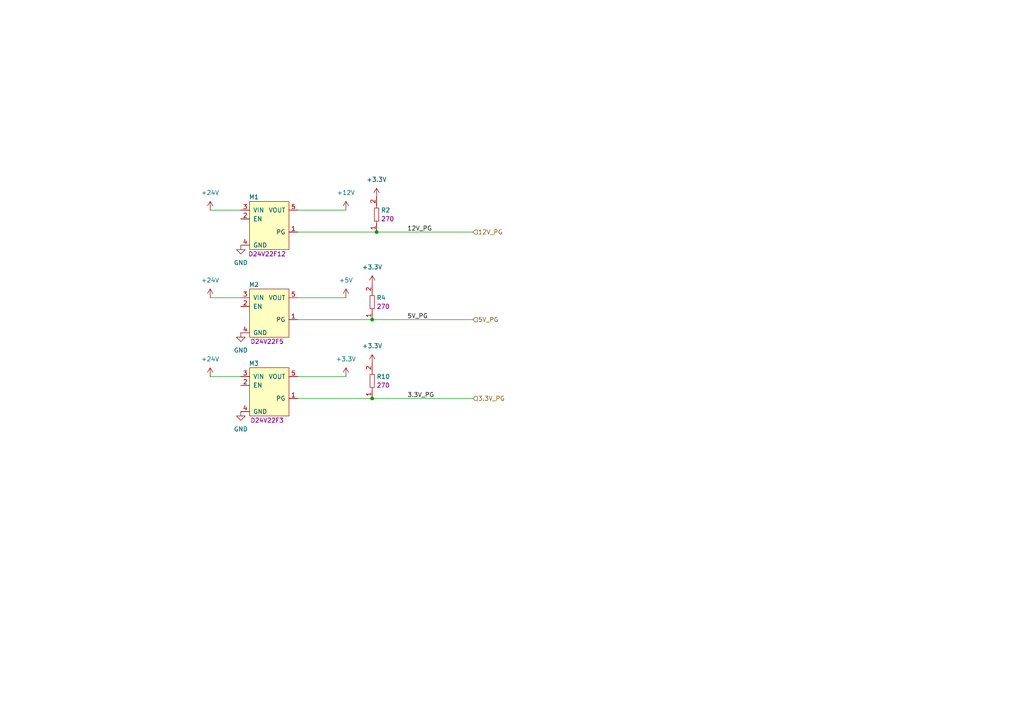
<source format=kicad_sch>
(kicad_sch (version 20230121) (generator eeschema)
  (paper "A4")
  (lib_symbols
    (symbol "AVR-KiCAD-Lib-Modules:D24V22F12" (pin_names (offset 1.016))
      (property "Reference" "M" (at 0 15.24 0))
      (property "_Value_" "D24V22F12" (at 5.08 -1.27 0))
      (symbol "D24V22F12_1_1"
        (rectangle (start 0 13.97) (end 11.43 0) (fill (type background)))
        (pin input line (at 13.97 5.08 180) (length 2.54) (name "PG") (number "1"))
        (pin input line (at -2.54 8.89 0) (length 2.54) (name "EN") (number "2"))
        (pin input line (at -2.54 11.43 0) (length 2.54) (name "VIN") (number "3"))
        (pin passive line (at -2.54 1.27 0) (length 2.54) (name "GND") (number "4"))
        (pin output line (at 13.97 11.43 180) (length 2.54) (name "VOUT") (number "5"))
      )
    )
    (symbol "AVR-KiCAD-Lib-Modules:D24V22F3" (pin_names (offset 1.016))
      (property "Reference" "M" (at 0 15.24 0))
      (property "_Value_" "D24V22F3" (at 5.08 -1.27 0))
      (symbol "D24V22F3_1_1"
        (rectangle (start 0 13.97) (end 11.43 0) (fill (type background)))
        (pin input line (at 13.97 5.08 180) (length 2.54) (name "PG") (number "1"))
        (pin input line (at -2.54 8.89 0) (length 2.54) (name "EN") (number "2"))
        (pin input line (at -2.54 11.43 0) (length 2.54) (name "VIN") (number "3"))
        (pin passive line (at -2.54 1.27 0) (length 2.54) (name "GND") (number "4"))
        (pin output line (at 13.97 11.43 180) (length 2.54) (name "VOUT") (number "5"))
      )
    )
    (symbol "AVR-KiCAD-Lib-Modules:D24V22F5" (pin_names (offset 1.016))
      (property "Reference" "M" (at 0 15.24 0))
      (property "_Value_" "D24V22F5" (at 5.08 -1.27 0))
      (symbol "D24V22F5_1_1"
        (rectangle (start 0 13.97) (end 11.43 0) (fill (type background)))
        (pin input line (at 13.97 5.08 180) (length 2.54) (name "PG") (number "1"))
        (pin input line (at -2.54 8.89 0) (length 2.54) (name "EN") (number "2"))
        (pin input line (at -2.54 11.43 0) (length 2.54) (name "VIN") (number "3"))
        (pin passive line (at -2.54 1.27 0) (length 2.54) (name "GND") (number "4"))
        (pin output line (at 13.97 11.43 180) (length 2.54) (name "VOUT") (number "5"))
      )
    )
    (symbol "AVR-KiCAD-Lib-Resistors:RC0603JR-07270RL" (pin_names (offset 1.016))
      (property "Reference" "R" (at -2.54 2.54 0))
      (property "Value" "RC0603JR-07270RL" (at 1.27 5.08 0))
      (property "_Value_" "270" (at 58.42 63.5 0))
      (symbol "RC0603JR-07270RL_0_1"
        (rectangle (start -1.905 0.635) (end 1.905 -0.635))
        (polyline (pts (xy -2.54 0) (xy -1.905 0)))
        (polyline (pts (xy -1.905 0) (xy -1.905 0)))
        (polyline (pts (xy 1.905 0) (xy 1.905 0)))
        (polyline (pts (xy 2.54 0) (xy 1.905 0)))
      )
      (symbol "RC0603JR-07270RL_1_1"
        (pin passive line (at -5.08 0 0) (length 2.5146) (name "~") (number "1"))
        (pin passive line (at 5.08 0 180) (length 2.5146) (name "~") (number "2"))
      )
    )
    (symbol "power:+12V" (power) (pin_names (offset 0))
      (property "Value" "+12V" (at 0 3.556 0))
      (symbol "+12V_0_1"
        (polyline (pts (xy -0.762 1.27) (xy 0 2.54)))
        (polyline (pts (xy 0 0) (xy 0 2.54)))
        (polyline (pts (xy 0 2.54) (xy 0.762 1.27)))
      )
      (symbol "+12V_1_1"
        (pin power_in line (at 0 0 90) (length 0) hide (name "+12V") (number "1"))
      )
    )
    (symbol "power:+24V" (power) (pin_names (offset 0))
      (property "Value" "+24V" (at 0 3.556 0))
      (symbol "+24V_0_1"
        (polyline (pts (xy -0.762 1.27) (xy 0 2.54)))
        (polyline (pts (xy 0 0) (xy 0 2.54)))
        (polyline (pts (xy 0 2.54) (xy 0.762 1.27)))
      )
      (symbol "+24V_1_1"
        (pin power_in line (at 0 0 90) (length 0) hide (name "+24V") (number "1"))
      )
    )
    (symbol "power:+3.3V" (power) (pin_names (offset 0))
      (property "Value" "+3.3V" (at 0 3.556 0))
      (symbol "+3.3V_0_1"
        (polyline (pts (xy -0.762 1.27) (xy 0 2.54)))
        (polyline (pts (xy 0 0) (xy 0 2.54)))
        (polyline (pts (xy 0 2.54) (xy 0.762 1.27)))
      )
      (symbol "+3.3V_1_1"
        (pin power_in line (at 0 0 90) (length 0) hide (name "+3.3V") (number "1"))
      )
    )
    (symbol "power:+5V" (power) (pin_names (offset 0))
      (property "Value" "+5V" (at 0 3.556 0))
      (symbol "+5V_0_1"
        (polyline (pts (xy -0.762 1.27) (xy 0 2.54)))
        (polyline (pts (xy 0 0) (xy 0 2.54)))
        (polyline (pts (xy 0 2.54) (xy 0.762 1.27)))
      )
      (symbol "+5V_1_1"
        (pin power_in line (at 0 0 90) (length 0) hide (name "+5V") (number "1"))
      )
    )
    (symbol "power:GND" (power) (pin_names (offset 0))
      (property "Value" "GND" (at 0 -3.81 0))
      (symbol "GND_0_1"
        (polyline (pts (xy 0 0) (xy 0 -1.27) (xy 1.27 -1.27) (xy 0 -2.54) (xy -1.27 -1.27) (xy 0 -1.27)))
      )
      (symbol "GND_1_1"
        (pin power_in line (at 0 0 270) (length 0) hide (name "GND") (number "1"))
      )
    )
  )
  (junction (at 109.22 67.31))
  (junction (at 107.95 92.71))
  (junction (at 107.95 115.57))
  (wire (pts (xy 107.95 92.71) (xy 137.16 92.71)))
  (wire (pts (xy 86.36 115.57) (xy 107.95 115.57)))
  (wire (pts (xy 86.36 86.36) (xy 100.33 86.36)))
  (wire (pts (xy 107.95 115.57) (xy 137.16 115.57)))
  (wire (pts (xy 86.36 109.22) (xy 100.33 109.22)))
  (wire (pts (xy 60.96 60.96) (xy 69.85 60.96)))
  (wire (pts (xy 86.36 60.96) (xy 100.33 60.96)))
  (wire (pts (xy 86.36 92.71) (xy 107.95 92.71)))
  (wire (pts (xy 60.96 109.22) (xy 69.85 109.22)))
  (wire (pts (xy 60.96 86.36) (xy 69.85 86.36)))
  (wire (pts (xy 109.22 67.31) (xy 137.16 67.31)))
  (wire (pts (xy 86.36 67.31) (xy 109.22 67.31)))
  (label "5V_PG" (at 118.11 92.71 0))
  (label "12V_PG" (at 118.11 67.31 0))
  (label "3.3V_PG" (at 118.11 115.57 0))
  (hierarchical_label "3.3V_PG" (shape input) (at 137.16 115.57 0))
  (hierarchical_label "5V_PG" (shape input) (at 137.16 92.71 0))
  (hierarchical_label "12V_PG" (shape input) (at 137.16 67.31 0))
  (symbol (lib_id "power:+3.3V") (at 107.95 105.41 0) (unit 1)
    (property "Reference" "#PWR027" (effects hide))
    (property "Value" "+3.3V" (at 107.95 100.33 0))
  )
  (symbol (lib_id "power:+3.3V") (at 109.22 57.15 0) (unit 1)
    (property "Reference" "#PWR029" (effects hide))
    (property "Value" "+3.3V" (at 109.22 52.07 0))
  )
  (symbol (lib_id "power:+5V") (at 100.33 86.36 0) (unit 1)
    (property "Reference" "#PWR025" (effects hide))
    (property "Value" "+5V" (at 100.33 81.28 0))
  )
  (symbol (lib_id "AVR-KiCAD-Lib-Resistors:RC0603JR-07270RL") (at 107.95 110.49 90) (unit 1)
    (property "Reference" "R10" (at 109.22 109.22 90) (effects (justify right)))
    (property "Value" "RC0603JR-07270RL" (effects hide))
    (property "Footprint" "AVR-KiCAD-Lib-Resistors:R0603" (effects hide))
    (property "Datasheet" "https://www.yageo.com/upload/media/product/productsearch/datasheet/rchip/PYu-RC_Group_51_RoHS_L_12.pdf" (effects hide))
    (property "Cost QTY: 1" "0.10000" (effects hide))
    (property "Cost QTY: 1000" "0.00415" (effects hide))
    (property "Cost QTY: 2500" "*" (effects hide))
    (property "Cost QTY: 5000" "0.00298" (effects hide))
    (property "Cost QTY: 10000" "0.00262" (effects hide))
    (property "MFR" "YAGEO" (effects hide))
    (property "MFR#" "RC0603JR-07270RL" (effects hide))
    (property "Vendor" "Digikey" (effects hide))
    (property "Vendor #" "311-270GRTR-ND" (effects hide))
    (property "Designer" "Adam Vadala-Roth" (effects hide))
    (property "Height" "0.55mm" (effects hide))
    (property "Date Created" "9/26/2023" (effects hide))
    (property "Date Modified" "9/26/2023" (effects hide))
    (property "Lead-Free ?" "Yes" (effects hide))
    (property "RoHS Levels" "1" (effects hide))
    (property "Mounting" "SMT" (effects hide))
    (property "Pin Count #" "2" (effects hide))
    (property "Status" "Active" (effects hide))
    (property "Tolerance" "1%" (effects hide))
    (property "Type" "Resistor" (effects hide))
    (property "Voltage" "N/A" (effects hide))
    (property "Package" "0603" (effects hide))
    (property "_Value_" "270" (at 109.22 111.76 90) (effects (justify right)))
    (property "Management_ID" "*" (effects hide))
    (property "Description" "RES 270 OHM 5% 1/10W 0603" (effects hide))
  )
  (symbol (lib_id "power:+3.3V") (at 107.95 82.55 0) (unit 1)
    (property "Reference" "#PWR028" (effects hide))
    (property "Value" "+3.3V" (at 107.95 77.47 0))
  )
  (symbol (lib_id "power:+24V") (at 60.96 86.36 0) (unit 1)
    (property "Reference" "#PWR022" (effects hide))
    (property "Value" "+24V" (at 60.96 81.28 0))
  )
  (symbol (lib_id "power:GND") (at 69.85 119.38 0) (unit 1)
    (property "Reference" "#PWR021" (effects hide))
    (property "Value" "GND" (at 69.85 124.46 0))
  )
  (symbol (lib_id "power:GND") (at 69.85 71.12 0) (unit 1)
    (property "Reference" "#PWR015" (effects hide))
    (property "Value" "GND" (at 69.85 76.2 0))
  )
  (symbol (lib_id "AVR-KiCAD-Lib-Modules:D24V22F5") (at 72.39 97.79 0) (unit 1)
    (property "Reference" "M2" (at 73.66 82.55 0))
    (property "Value" "D24V22F5" (effects hide))
    (property "Footprint" "AVR-KiCAD-Lib-Modules:D24V22F12" (effects hide))
    (property "Datasheet" "https://www.pololu.com/product/2858" (effects hide))
    (property "Cost QTY: 1" "11.95 " (effects hide))
    (property "Cost QTY: 1000" "*" (effects hide))
    (property "Cost QTY: 2500" "*" (effects hide))
    (property "Cost QTY: 5000" "*" (effects hide))
    (property "Cost QTY: 10000" "*" (effects hide))
    (property "MFR" "Pololu Robotics & Electronics" (effects hide))
    (property "MFR#" "D24V22F5" (effects hide))
    (property "Vendor" "Pololu Robotics & Electronics" (effects hide))
    (property "Vendor #" "D24V22F5" (effects hide))
    (property "Designer" "Adam Vadala-Roth" (effects hide))
    (property "Height" "6mm" (effects hide))
    (property "Date Created" "9/26/2023" (effects hide))
    (property "Date Modified" "9/26/2023" (effects hide))
    (property "Lead-Free ?" "Yes" (effects hide))
    (property "RoHS Levels" "1" (effects hide))
    (property "Mounting" "ThroughHole" (effects hide))
    (property "Pin Count #" "5" (effects hide))
    (property "Status" "Active" (effects hide))
    (property "Tolerance" "N/A" (effects hide))
    (property "Type" "Module" (effects hide))
    (property "Voltage" "36V IN 5V OUT" (effects hide))
    (property "Package" "Proprietary" (effects hide))
    (property "Description" "DCDC Regulator Module 24-36V IN 5VDC OUT" (effects hide))
    (property "_Value_" "D24V22F5" (at 77.47 99.06 0))
    (property "Management_ID" "*" (effects hide))
  )
  (symbol (lib_id "power:+12V") (at 100.33 60.96 0) (unit 1)
    (property "Reference" "#PWR024" (effects hide))
    (property "Value" "+12V" (at 100.33 55.88 0))
  )
  (symbol (lib_id "power:GND") (at 69.85 96.52 0) (unit 1)
    (property "Reference" "#PWR020" (effects hide))
    (property "Value" "GND" (at 69.85 101.6 0))
  )
  (symbol (lib_id "power:+3.3V") (at 100.33 109.22 0) (unit 1)
    (property "Reference" "#PWR026" (effects hide))
    (property "Value" "+3.3V" (at 100.33 104.14 0))
  )
  (symbol (lib_id "AVR-KiCAD-Lib-Modules:D24V22F3") (at 72.39 120.65 0) (unit 1)
    (property "Reference" "M3" (at 73.66 105.41 0))
    (property "Value" "D24V22F3" (effects hide))
    (property "Footprint" "AVR-KiCAD-Lib-Modules:D24V22F12" (effects hide))
    (property "Datasheet" "https://www.pololu.com/product/2857" (effects hide))
    (property "Cost QTY: 1" "11.95 " (effects hide))
    (property "Cost QTY: 1000" "*" (effects hide))
    (property "Cost QTY: 2500" "*" (effects hide))
    (property "Cost QTY: 5000" "*" (effects hide))
    (property "Cost QTY: 10000" "*" (effects hide))
    (property "MFR" "Pololu Robotics & Electronics" (effects hide))
    (property "MFR#" "D24V22F3" (effects hide))
    (property "Vendor" "Pololu Robotics & Electronics" (effects hide))
    (property "Vendor #" "D24V22F5" (effects hide))
    (property "Designer" "Adam Vadala-Roth" (effects hide))
    (property "Height" "6mm" (effects hide))
    (property "Date Created" "9/26/2023" (effects hide))
    (property "Date Modified" "9/26/2023" (effects hide))
    (property "Lead-Free ?" "Yes" (effects hide))
    (property "RoHS Levels" "1" (effects hide))
    (property "Mounting" "ThroughHole" (effects hide))
    (property "Pin Count #" "5" (effects hide))
    (property "Status" "Active" (effects hide))
    (property "Tolerance" "N/A" (effects hide))
    (property "Type" "Module" (effects hide))
    (property "Voltage" "36V IN 3.3V OUT" (effects hide))
    (property "Package" "Proprietary" (effects hide))
    (property "Description" "DCDC Regulator Module 24-36V IN 3.3VDC OUT" (effects hide))
    (property "_Value_" "D24V22F3" (at 77.47 121.92 0))
    (property "Management_ID" "*" (effects hide))
  )
  (symbol (lib_id "power:+24V") (at 60.96 60.96 0) (unit 1)
    (property "Reference" "#PWR019" (effects hide))
    (property "Value" "+24V" (at 60.96 55.88 0))
  )
  (symbol (lib_id "power:+24V") (at 60.96 109.22 0) (unit 1)
    (property "Reference" "#PWR023" (effects hide))
    (property "Value" "+24V" (at 60.96 104.14 0))
  )
  (symbol (lib_id "AVR-KiCAD-Lib-Modules:D24V22F12") (at 72.39 72.39 0) (unit 1)
    (property "Reference" "M1" (at 73.66 57.15 0))
    (property "Value" "D24V22F12" (effects hide))
    (property "Footprint" "AVR-KiCAD-Lib-Modules:D24V22F12" (effects hide))
    (property "Datasheet" "https://www.pololu.com/product/2855" (effects hide))
    (property "Cost QTY: 1" "12.95 " (effects hide))
    (property "Cost QTY: 1000" "*" (effects hide))
    (property "Cost QTY: 2500" "*" (effects hide))
    (property "Cost QTY: 5000" "*" (effects hide))
    (property "Cost QTY: 10000" "*" (effects hide))
    (property "MFR" "Pololu Robotics & Electronics" (effects hide))
    (property "MFR#" "D24V22F12" (effects hide))
    (property "Vendor" "Pololu Robotics & Electronics" (effects hide))
    (property "Vendor #" "D24V22F12" (effects hide))
    (property "Designer" "Adam Vadala-Roth" (effects hide))
    (property "Height" "6mm" (effects hide))
    (property "Date Created" "9/26/2023" (effects hide))
    (property "Date Modified" "9/26/2023" (effects hide))
    (property "Lead-Free ?" "Yes" (effects hide))
    (property "RoHS Levels" "1" (effects hide))
    (property "Mounting" "ThroughHole" (effects hide))
    (property "Pin Count #" "5" (effects hide))
    (property "Status" "Active" (effects hide))
    (property "Tolerance" "N/A" (effects hide))
    (property "Type" "Module" (effects hide))
    (property "Voltage" "36V IN 12V OUT" (effects hide))
    (property "Package" "Proprietary" (effects hide))
    (property "Description" "DCDC Regulator Module 24-36V IN 12VDC OUT" (effects hide))
    (property "_Value_" "D24V22F12" (at 77.47 73.66 0))
    (property "Management_ID" "*" (effects hide))
  )
  (symbol (lib_id "AVR-KiCAD-Lib-Resistors:RC0603JR-07270RL") (at 109.22 62.23 90) (unit 1)
    (property "Reference" "R2" (at 110.49 60.96 90) (effects (justify right)))
    (property "Value" "RC0603JR-07270RL" (effects hide))
    (property "Footprint" "AVR-KiCAD-Lib-Resistors:R0603" (effects hide))
    (property "Datasheet" "https://www.yageo.com/upload/media/product/productsearch/datasheet/rchip/PYu-RC_Group_51_RoHS_L_12.pdf" (effects hide))
    (property "Cost QTY: 1" "0.10000" (effects hide))
    (property "Cost QTY: 1000" "0.00415" (effects hide))
    (property "Cost QTY: 2500" "*" (effects hide))
    (property "Cost QTY: 5000" "0.00298" (effects hide))
    (property "Cost QTY: 10000" "0.00262" (effects hide))
    (property "MFR" "YAGEO" (effects hide))
    (property "MFR#" "RC0603JR-07270RL" (effects hide))
    (property "Vendor" "Digikey" (effects hide))
    (property "Vendor #" "311-270GRTR-ND" (effects hide))
    (property "Designer" "Adam Vadala-Roth" (effects hide))
    (property "Height" "0.55mm" (effects hide))
    (property "Date Created" "9/26/2023" (effects hide))
    (property "Date Modified" "9/26/2023" (effects hide))
    (property "Lead-Free ?" "Yes" (effects hide))
    (property "RoHS Levels" "1" (effects hide))
    (property "Mounting" "SMT" (effects hide))
    (property "Pin Count #" "2" (effects hide))
    (property "Status" "Active" (effects hide))
    (property "Tolerance" "1%" (effects hide))
    (property "Type" "Resistor" (effects hide))
    (property "Voltage" "N/A" (effects hide))
    (property "Package" "0603" (effects hide))
    (property "_Value_" "270" (at 110.49 63.5 90) (effects (justify right)))
    (property "Management_ID" "*" (effects hide))
    (property "Description" "RES 270 OHM 5% 1/10W 0603" (effects hide))
  )
  (symbol (lib_id "AVR-KiCAD-Lib-Resistors:RC0603JR-07270RL") (at 107.95 87.63 90) (unit 1)
    (property "Reference" "R4" (at 109.22 86.36 90) (effects (justify right)))
    (property "Value" "RC0603JR-07270RL" (effects hide))
    (property "Footprint" "AVR-KiCAD-Lib-Resistors:R0603" (effects hide))
    (property "Datasheet" "https://www.yageo.com/upload/media/product/productsearch/datasheet/rchip/PYu-RC_Group_51_RoHS_L_12.pdf" (effects hide))
    (property "Cost QTY: 1" "0.10000" (effects hide))
    (property "Cost QTY: 1000" "0.00415" (effects hide))
    (property "Cost QTY: 2500" "*" (effects hide))
    (property "Cost QTY: 5000" "0.00298" (effects hide))
    (property "Cost QTY: 10000" "0.00262" (effects hide))
    (property "MFR" "YAGEO" (effects hide))
    (property "MFR#" "RC0603JR-07270RL" (effects hide))
    (property "Vendor" "Digikey" (effects hide))
    (property "Vendor #" "311-270GRTR-ND" (effects hide))
    (property "Designer" "Adam Vadala-Roth" (effects hide))
    (property "Height" "0.55mm" (effects hide))
    (property "Date Created" "9/26/2023" (effects hide))
    (property "Date Modified" "9/26/2023" (effects hide))
    (property "Lead-Free ?" "Yes" (effects hide))
    (property "RoHS Levels" "1" (effects hide))
    (property "Mounting" "SMT" (effects hide))
    (property "Pin Count #" "2" (effects hide))
    (property "Status" "Active" (effects hide))
    (property "Tolerance" "1%" (effects hide))
    (property "Type" "Resistor" (effects hide))
    (property "Voltage" "N/A" (effects hide))
    (property "Package" "0603" (effects hide))
    (property "_Value_" "270" (at 109.22 88.9 90) (effects (justify right)))
    (property "Management_ID" "*" (effects hide))
    (property "Description" "RES 270 OHM 5% 1/10W 0603" (effects hide))
  )
)
</source>
